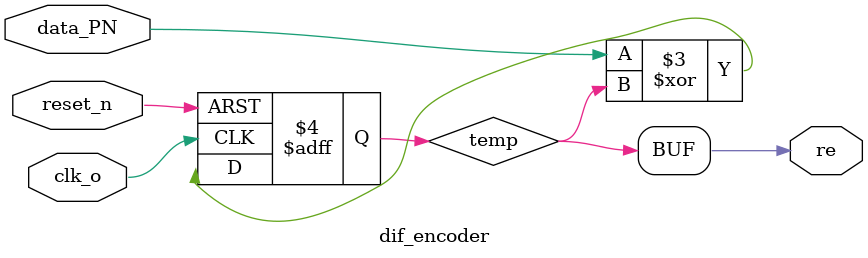
<source format=v>
module dif_encoder(
		clk_o,
		reset_n,
		data_PN,
		re
);
	input 	clk_o;
	input 	reset_n;
	input 	data_PN;
	
	output 	re;
	
	reg		temp;
	
	always @( posedge clk_o or negedge reset_n )
	begin
		if ( !reset_n )
		begin
			temp <= 1;
		end
		else
		begin
			temp <= data_PN ^ temp;
		end
	end
	
	assign re = temp;
	
endmodule
</source>
